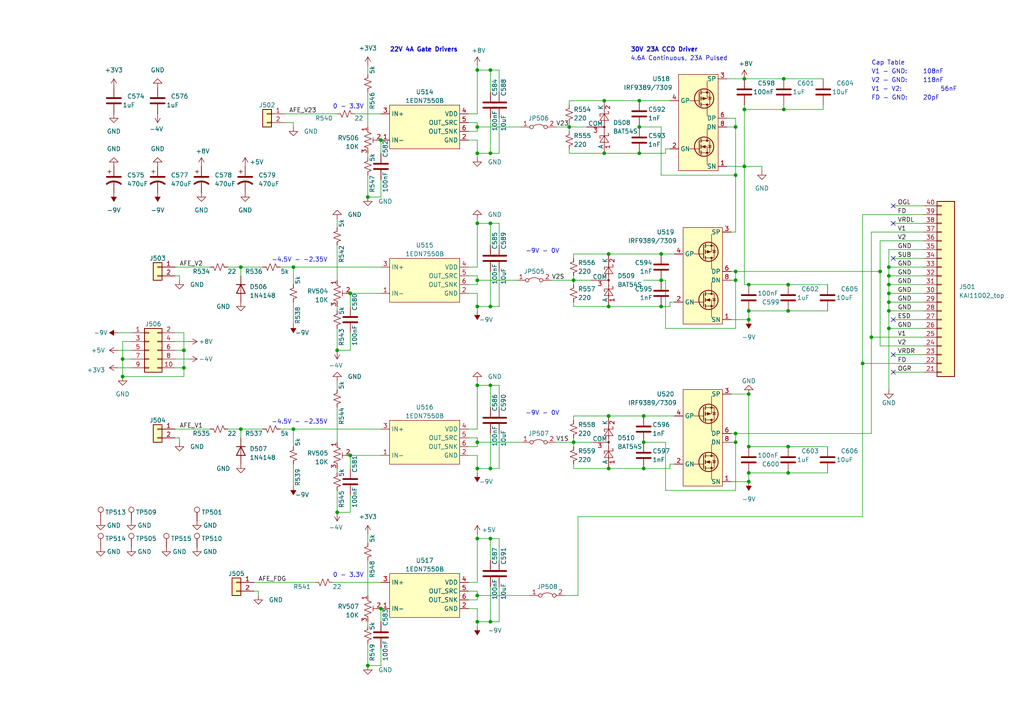
<source format=kicad_sch>
(kicad_sch (version 20230121) (generator eeschema)
  (paper "A4")
  (title_block (title "Sitina 1 CCD V Clock Driver Patch Board") (date "2023-08-22") (rev "R0.7") (company "Copyright 2023 AL") (comment 2 "MERCHANTABILITY, SATISFACTORY QUALITY AND FITNESS FOR A PARTICULAR PURPOSE.") (comment 3 "This source is distributed WITHOUT ANY EXPRESS OR IMPLIED WARRANTY, INCLUDING OF") (comment 4 "This source describes Open Hardware and is licensed under the CERN-OHL-P v2."))
  (junction (at 85.09 124.46))
  (junction (at 185.42 36.83))
  (junction (at 110.49 40.64))
  (junction (at 138.43 156.21))
  (junction (at 176.53 135.89))
  (junction (at 252.73 97.79))
  (junction (at 215.9 31.75))
  (junction (at 106.68 193.04))
  (junction (at 138.43 172.72))
  (junction (at 110.49 176.53))
  (junction (at 142.24 64.77))
  (junction (at 228.6 129.54))
  (junction (at 185.42 29.21))
  (junction (at 213.36 128.27))
  (junction (at 257.81 90.17))
  (junction (at 138.43 180.34))
  (junction (at 138.43 64.77))
  (junction (at 53.34 106.68))
  (junction (at 165.1 36.83))
  (junction (at 138.43 88.9))
  (junction (at 176.53 88.9))
  (junction (at 186.69 128.27))
  (junction (at 228.6 90.17))
  (junction (at 176.53 73.66))
  (junction (at 257.81 85.09))
  (junction (at 217.17 137.16))
  (junction (at 257.81 77.47))
  (junction (at 142.24 156.21))
  (junction (at 255.27 78.74))
  (junction (at 227.33 22.86))
  (junction (at 142.24 180.34))
  (junction (at 138.43 81.28))
  (junction (at 138.43 36.83))
  (junction (at 97.79 101.6))
  (junction (at 217.17 82.55))
  (junction (at 186.69 120.65))
  (junction (at 142.24 88.9))
  (junction (at 213.36 81.28))
  (junction (at 175.26 44.45))
  (junction (at 138.43 128.27))
  (junction (at 142.24 111.76))
  (junction (at 138.43 135.89))
  (junction (at 213.36 50.8))
  (junction (at 250.19 105.41))
  (junction (at 166.37 81.28))
  (junction (at 101.6 132.08))
  (junction (at 227.33 31.75))
  (junction (at 142.24 20.32))
  (junction (at 257.81 80.01))
  (junction (at 138.43 111.76))
  (junction (at 228.6 137.16))
  (junction (at 213.36 125.73))
  (junction (at 106.68 57.15))
  (junction (at 257.81 95.25))
  (junction (at 175.26 29.21))
  (junction (at 35.56 109.22))
  (junction (at 185.42 44.45))
  (junction (at 217.17 139.7))
  (junction (at 213.36 36.83))
  (junction (at 53.34 101.6))
  (junction (at 85.09 77.47))
  (junction (at 35.56 104.14))
  (junction (at 257.81 82.55))
  (junction (at 228.6 82.55))
  (junction (at 142.24 44.45))
  (junction (at 101.6 85.09))
  (junction (at 217.17 90.17))
  (junction (at 176.53 120.65))
  (junction (at 215.9 22.86))
  (junction (at 217.17 129.54))
  (junction (at 166.37 128.27))
  (junction (at 138.43 44.45))
  (junction (at 69.85 124.46))
  (junction (at 191.77 81.28))
  (junction (at 186.69 135.89))
  (junction (at 215.9 48.26))
  (junction (at 191.77 73.66))
  (junction (at 213.36 78.74))
  (junction (at 97.79 148.59))
  (junction (at 138.43 20.32))
  (junction (at 257.81 87.63))
  (junction (at 69.85 77.47))
  (junction (at 217.17 114.3))
  (junction (at 142.24 135.89))
  (junction (at 217.17 92.71))
  (junction (at 191.77 88.9))
  (no_connect (at 259.08 107.95))
  (no_connect (at 259.08 59.69))
  (no_connect (at 259.08 92.71))
  (no_connect (at 259.08 64.77))
  (no_connect (at 259.08 74.93))
  (no_connect (at 259.08 102.87))
  (wire (pts (xy 138.43 64.77) (xy 142.24 64.77)))
  (wire (pts (xy 142.24 78.74) (xy 142.24 88.9)))
  (wire (pts (xy 213.36 81.28) (xy 213.36 95.25)))
  (wire (pts (xy 166.37 88.9) (xy 176.53 88.9)))
  (wire (pts (xy 252.73 97.79) (xy 252.73 67.31)))
  (wire (pts (xy 259.08 59.69) (xy 267.97 59.69)))
  (wire (pts (xy 138.43 20.32) (xy 138.43 33.02)))
  (wire (pts (xy 144.78 64.77) (xy 144.78 71.12)))
  (wire (pts (xy 135.89 168.91) (xy 138.43 168.91)))
  (wire (pts (xy 194.31 87.63) (xy 195.58 87.63)))
  (wire (pts (xy 217.17 129.54) (xy 228.6 129.54)))
  (wire (pts (xy 106.68 181.61) (xy 106.68 180.34)))
  (wire (pts (xy 215.9 22.86) (xy 227.33 22.86)))
  (wire (pts (xy 138.43 154.94) (xy 138.43 156.21)))
  (wire (pts (xy 144.78 170.18) (xy 144.78 180.34)))
  (wire (pts (xy 97.79 71.12) (xy 97.79 81.28)))
  (wire (pts (xy 101.6 96.52) (xy 101.6 101.6)))
  (wire (pts (xy 227.33 31.75) (xy 215.9 31.75)))
  (wire (pts (xy 142.24 64.77) (xy 144.78 64.77)))
  (wire (pts (xy 106.68 162.56) (xy 106.68 172.72)))
  (wire (pts (xy 138.43 38.1) (xy 135.89 38.1)))
  (wire (pts (xy 69.85 124.46) (xy 76.2 124.46)))
  (wire (pts (xy 240.03 90.17) (xy 228.6 90.17)))
  (wire (pts (xy 138.43 127) (xy 138.43 128.27)))
  (wire (pts (xy 217.17 90.17) (xy 228.6 90.17)))
  (wire (pts (xy 85.09 35.56) (xy 85.09 36.83)))
  (wire (pts (xy 257.81 90.17) (xy 267.97 90.17)))
  (wire (pts (xy 97.79 63.5) (xy 97.79 66.04)))
  (wire (pts (xy 250.19 62.23) (xy 250.19 105.41)))
  (wire (pts (xy 138.43 19.05) (xy 138.43 20.32)))
  (wire (pts (xy 138.43 156.21) (xy 142.24 156.21)))
  (wire (pts (xy 257.81 72.39) (xy 267.97 72.39)))
  (wire (pts (xy 144.78 180.34) (xy 142.24 180.34)))
  (wire (pts (xy 142.24 156.21) (xy 142.24 162.56)))
  (wire (pts (xy 144.78 135.89) (xy 142.24 135.89)))
  (wire (pts (xy 135.89 171.45) (xy 138.43 171.45)))
  (wire (pts (xy 167.64 172.72) (xy 167.64 149.86)))
  (wire (pts (xy 250.19 149.86) (xy 250.19 105.41)))
  (wire (pts (xy 138.43 180.34) (xy 138.43 181.61)))
  (wire (pts (xy 135.89 85.09) (xy 138.43 85.09)))
  (wire (pts (xy 142.24 170.18) (xy 142.24 180.34)))
  (wire (pts (xy 35.56 104.14) (xy 35.56 109.22)))
  (wire (pts (xy 144.78 125.73) (xy 144.78 135.89)))
  (wire (pts (xy 257.81 82.55) (xy 257.81 85.09)))
  (wire (pts (xy 50.8 80.01) (xy 52.07 80.01)))
  (wire (pts (xy 255.27 69.85) (xy 267.97 69.85)))
  (wire (pts (xy 52.07 127) (xy 52.07 128.27)))
  (wire (pts (xy 138.43 173.99) (xy 135.89 173.99)))
  (wire (pts (xy 101.6 85.09) (xy 110.49 85.09)))
  (wire (pts (xy 259.08 92.71) (xy 267.97 92.71)))
  (wire (pts (xy 215.9 82.55) (xy 217.17 82.55)))
  (wire (pts (xy 250.19 105.41) (xy 267.97 105.41)))
  (wire (pts (xy 213.36 128.27) (xy 213.36 142.24)))
  (wire (pts (xy 227.33 30.48) (xy 227.33 31.75)))
  (wire (pts (xy 82.55 35.56) (xy 85.09 35.56)))
  (wire (pts (xy 50.8 127) (xy 52.07 127)))
  (wire (pts (xy 166.37 120.65) (xy 166.37 121.92)))
  (wire (pts (xy 213.36 50.8) (xy 191.77 50.8)))
  (wire (pts (xy 135.89 40.64) (xy 138.43 40.64)))
  (wire (pts (xy 138.43 36.83) (xy 151.13 36.83)))
  (wire (pts (xy 81.28 124.46) (xy 85.09 124.46)))
  (wire (pts (xy 213.36 34.29) (xy 213.36 36.83)))
  (wire (pts (xy 255.27 78.74) (xy 255.27 100.33)))
  (wire (pts (xy 106.68 186.69) (xy 106.68 193.04)))
  (wire (pts (xy 176.53 120.65) (xy 186.69 120.65)))
  (wire (pts (xy 257.81 80.01) (xy 267.97 80.01)))
  (wire (pts (xy 259.08 64.77) (xy 267.97 64.77)))
  (wire (pts (xy 82.55 33.02) (xy 97.79 33.02)))
  (wire (pts (xy 69.85 77.47) (xy 76.2 77.47)))
  (wire (pts (xy 259.08 74.93) (xy 267.97 74.93)))
  (wire (pts (xy 66.04 77.47) (xy 69.85 77.47)))
  (wire (pts (xy 166.37 73.66) (xy 176.53 73.66)))
  (wire (pts (xy 35.56 99.06) (xy 38.1 99.06)))
  (wire (pts (xy 138.43 156.21) (xy 138.43 168.91)))
  (wire (pts (xy 106.68 19.05) (xy 106.68 21.59)))
  (wire (pts (xy 193.04 43.18) (xy 194.31 43.18)))
  (wire (pts (xy 138.43 132.08) (xy 138.43 135.89)))
  (wire (pts (xy 69.85 80.01) (xy 69.85 77.47)))
  (wire (pts (xy 101.6 101.6) (xy 97.79 101.6)))
  (wire (pts (xy 186.69 120.65) (xy 195.58 120.65)))
  (wire (pts (xy 257.81 85.09) (xy 257.81 87.63)))
  (wire (pts (xy 257.81 80.01) (xy 257.81 82.55)))
  (wire (pts (xy 166.37 135.89) (xy 176.53 135.89)))
  (wire (pts (xy 160.02 81.28) (xy 166.37 81.28)))
  (wire (pts (xy 135.89 77.47) (xy 138.43 77.47)))
  (wire (pts (xy 110.49 187.96) (xy 110.49 193.04)))
  (wire (pts (xy 138.43 85.09) (xy 138.43 88.9)))
  (wire (pts (xy 110.49 193.04) (xy 106.68 193.04)))
  (wire (pts (xy 138.43 64.77) (xy 138.43 77.47)))
  (wire (pts (xy 194.31 88.9) (xy 191.77 88.9)))
  (wire (pts (xy 228.6 82.55) (xy 240.03 82.55)))
  (wire (pts (xy 110.49 176.53) (xy 110.49 180.34)))
  (wire (pts (xy 138.43 40.64) (xy 138.43 44.45)))
  (wire (pts (xy 161.29 36.83) (xy 165.1 36.83)))
  (wire (pts (xy 220.98 49.53) (xy 220.98 48.26)))
  (wire (pts (xy 138.43 171.45) (xy 138.43 172.72)))
  (wire (pts (xy 110.49 52.07) (xy 110.49 57.15)))
  (wire (pts (xy 191.77 73.66) (xy 195.58 73.66)))
  (wire (pts (xy 212.09 139.7) (xy 217.17 139.7)))
  (wire (pts (xy 142.24 111.76) (xy 142.24 118.11)))
  (wire (pts (xy 191.77 50.8) (xy 191.77 36.83)))
  (wire (pts (xy 144.78 44.45) (xy 142.24 44.45)))
  (wire (pts (xy 144.78 88.9) (xy 142.24 88.9)))
  (wire (pts (xy 166.37 81.28) (xy 166.37 82.55)))
  (wire (pts (xy 257.81 82.55) (xy 267.97 82.55)))
  (wire (pts (xy 142.24 34.29) (xy 142.24 44.45)))
  (wire (pts (xy 144.78 34.29) (xy 144.78 44.45)))
  (wire (pts (xy 185.42 29.21) (xy 194.31 29.21)))
  (wire (pts (xy 73.66 168.91) (xy 91.44 168.91)))
  (wire (pts (xy 193.04 81.28) (xy 191.77 81.28)))
  (wire (pts (xy 194.31 135.89) (xy 186.69 135.89)))
  (wire (pts (xy 142.24 88.9) (xy 138.43 88.9)))
  (wire (pts (xy 165.1 36.83) (xy 165.1 38.1)))
  (wire (pts (xy 252.73 125.73) (xy 252.73 97.79)))
  (wire (pts (xy 66.04 124.46) (xy 69.85 124.46)))
  (wire (pts (xy 85.09 134.62) (xy 85.09 140.97)))
  (wire (pts (xy 257.81 77.47) (xy 267.97 77.47)))
  (wire (pts (xy 96.52 168.91) (xy 110.49 168.91)))
  (wire (pts (xy 166.37 128.27) (xy 171.45 128.27)))
  (wire (pts (xy 240.03 137.16) (xy 228.6 137.16)))
  (wire (pts (xy 138.43 111.76) (xy 142.24 111.76)))
  (wire (pts (xy 193.04 95.25) (xy 193.04 81.28)))
  (wire (pts (xy 85.09 87.63) (xy 85.09 93.98)))
  (wire (pts (xy 35.56 104.14) (xy 35.56 99.06)))
  (wire (pts (xy 138.43 44.45) (xy 138.43 45.72)))
  (wire (pts (xy 193.04 44.45) (xy 185.42 44.45)))
  (wire (pts (xy 161.29 128.27) (xy 166.37 128.27)))
  (wire (pts (xy 210.82 48.26) (xy 215.9 48.26)))
  (wire (pts (xy 50.8 101.6) (xy 53.34 101.6)))
  (wire (pts (xy 138.43 36.83) (xy 138.43 38.1)))
  (wire (pts (xy 52.07 80.01) (xy 52.07 81.28)))
  (wire (pts (xy 212.09 78.74) (xy 213.36 78.74)))
  (wire (pts (xy 252.73 67.31) (xy 267.97 67.31)))
  (wire (pts (xy 53.34 96.52) (xy 53.34 101.6)))
  (wire (pts (xy 238.76 30.48) (xy 238.76 31.75)))
  (wire (pts (xy 212.09 125.73) (xy 213.36 125.73)))
  (wire (pts (xy 97.79 142.24) (xy 97.79 148.59)))
  (wire (pts (xy 193.04 43.18) (xy 193.04 44.45)))
  (wire (pts (xy 81.28 77.47) (xy 85.09 77.47)))
  (wire (pts (xy 138.43 172.72) (xy 153.67 172.72)))
  (wire (pts (xy 257.81 72.39) (xy 257.81 77.47)))
  (wire (pts (xy 135.89 80.01) (xy 138.43 80.01)))
  (wire (pts (xy 142.24 125.73) (xy 142.24 135.89)))
  (wire (pts (xy 167.64 172.72) (xy 163.83 172.72)))
  (wire (pts (xy 135.89 127) (xy 138.43 127)))
  (wire (pts (xy 138.43 135.89) (xy 138.43 137.16)))
  (wire (pts (xy 176.53 73.66) (xy 191.77 73.66)))
  (wire (pts (xy 34.29 106.68) (xy 38.1 106.68)))
  (wire (pts (xy 138.43 81.28) (xy 138.43 82.55)))
  (wire (pts (xy 142.24 135.89) (xy 138.43 135.89)))
  (wire (pts (xy 210.82 34.29) (xy 213.36 34.29)))
  (wire (pts (xy 217.17 82.55) (xy 228.6 82.55)))
  (wire (pts (xy 144.78 78.74) (xy 144.78 88.9)))
  (wire (pts (xy 175.26 29.21) (xy 185.42 29.21)))
  (wire (pts (xy 144.78 20.32) (xy 144.78 26.67)))
  (wire (pts (xy 138.43 80.01) (xy 138.43 81.28)))
  (wire (pts (xy 213.36 50.8) (xy 213.36 67.31)))
  (wire (pts (xy 50.8 96.52) (xy 53.34 96.52)))
  (wire (pts (xy 210.82 22.86) (xy 215.9 22.86)))
  (wire (pts (xy 138.43 63.5) (xy 138.43 64.77)))
  (wire (pts (xy 50.8 124.46) (xy 60.96 124.46)))
  (wire (pts (xy 175.26 44.45) (xy 185.42 44.45)))
  (wire (pts (xy 138.43 172.72) (xy 138.43 173.99)))
  (wire (pts (xy 97.79 95.25) (xy 97.79 101.6)))
  (wire (pts (xy 193.04 128.27) (xy 186.69 128.27)))
  (wire (pts (xy 138.43 176.53) (xy 138.43 180.34)))
  (wire (pts (xy 53.34 101.6) (xy 53.34 106.68)))
  (wire (pts (xy 142.24 64.77) (xy 142.24 71.12)))
  (wire (pts (xy 138.43 20.32) (xy 142.24 20.32)))
  (wire (pts (xy 257.81 95.25) (xy 257.81 113.03)))
  (wire (pts (xy 166.37 134.62) (xy 166.37 135.89)))
  (wire (pts (xy 85.09 124.46) (xy 85.09 129.54)))
  (wire (pts (xy 166.37 81.28) (xy 171.45 81.28)))
  (wire (pts (xy 165.1 44.45) (xy 175.26 44.45)))
  (wire (pts (xy 213.36 78.74) (xy 255.27 78.74)))
  (wire (pts (xy 106.68 26.67) (xy 106.68 36.83)))
  (wire (pts (xy 135.89 132.08) (xy 138.43 132.08)))
  (wire (pts (xy 257.81 87.63) (xy 267.97 87.63)))
  (wire (pts (xy 138.43 110.49) (xy 138.43 111.76)))
  (wire (pts (xy 228.6 129.54) (xy 240.03 129.54)))
  (wire (pts (xy 142.24 20.32) (xy 144.78 20.32)))
  (wire (pts (xy 217.17 137.16) (xy 217.17 139.7)))
  (wire (pts (xy 142.24 111.76) (xy 144.78 111.76)))
  (wire (pts (xy 212.09 114.3) (xy 217.17 114.3)))
  (wire (pts (xy 101.6 143.51) (xy 101.6 148.59)))
  (wire (pts (xy 106.68 50.8) (xy 106.68 57.15)))
  (wire (pts (xy 142.24 156.21) (xy 144.78 156.21)))
  (wire (pts (xy 213.36 78.74) (xy 213.36 81.28)))
  (wire (pts (xy 217.17 90.17) (xy 217.17 92.71)))
  (wire (pts (xy 110.49 40.64) (xy 110.49 44.45)))
  (wire (pts (xy 53.34 109.22) (xy 35.56 109.22)))
  (wire (pts (xy 227.33 22.86) (xy 238.76 22.86)))
  (wire (pts (xy 144.78 111.76) (xy 144.78 118.11)))
  (wire (pts (xy 97.79 118.11) (xy 97.79 128.27)))
  (wire (pts (xy 210.82 36.83) (xy 213.36 36.83)))
  (wire (pts (xy 257.81 80.01) (xy 257.81 77.47)))
  (wire (pts (xy 142.24 20.32) (xy 142.24 26.67)))
  (wire (pts (xy 138.43 35.56) (xy 138.43 36.83)))
  (wire (pts (xy 85.09 77.47) (xy 85.09 82.55)))
  (wire (pts (xy 166.37 87.63) (xy 166.37 88.9)))
  (wire (pts (xy 101.6 148.59) (xy 97.79 148.59)))
  (wire (pts (xy 165.1 43.18) (xy 165.1 44.45)))
  (wire (pts (xy 34.29 96.52) (xy 38.1 96.52)))
  (wire (pts (xy 135.89 176.53) (xy 138.43 176.53)))
  (wire (pts (xy 101.6 132.08) (xy 101.6 135.89)))
  (wire (pts (xy 142.24 180.34) (xy 138.43 180.34)))
  (wire (pts (xy 142.24 44.45) (xy 138.43 44.45)))
  (wire (pts (xy 194.31 134.62) (xy 195.58 134.62)))
  (wire (pts (xy 167.64 149.86) (xy 250.19 149.86)))
  (wire (pts (xy 217.17 114.3) (xy 217.17 129.54)))
  (wire (pts (xy 212.09 67.31) (xy 213.36 67.31)))
  (wire (pts (xy 138.43 128.27) (xy 151.13 128.27)))
  (wire (pts (xy 101.6 132.08) (xy 110.49 132.08)))
  (wire (pts (xy 217.17 137.16) (xy 228.6 137.16)))
  (wire (pts (xy 166.37 80.01) (xy 166.37 81.28)))
  (wire (pts (xy 53.34 106.68) (xy 53.34 109.22)))
  (wire (pts (xy 213.36 81.28) (xy 212.09 81.28)))
  (wire (pts (xy 85.09 124.46) (xy 110.49 124.46)))
  (wire (pts (xy 176.53 88.9) (xy 191.77 88.9)))
  (wire (pts (xy 50.8 99.06) (xy 54.61 99.06)))
  (wire (pts (xy 144.78 156.21) (xy 144.78 162.56)))
  (wire (pts (xy 166.37 73.66) (xy 166.37 74.93)))
  (wire (pts (xy 194.31 134.62) (xy 194.31 135.89)))
  (wire (pts (xy 165.1 36.83) (xy 170.18 36.83)))
  (wire (pts (xy 74.93 171.45) (xy 74.93 172.72)))
  (wire (pts (xy 138.43 81.28) (xy 149.86 81.28)))
  (wire (pts (xy 110.49 57.15) (xy 106.68 57.15)))
  (wire (pts (xy 255.27 100.33) (xy 267.97 100.33)))
  (wire (pts (xy 69.85 127) (xy 69.85 124.46)))
  (wire (pts (xy 213.36 142.24) (xy 193.04 142.24)))
  (wire (pts (xy 213.36 36.83) (xy 213.36 50.8)))
  (wire (pts (xy 215.9 31.75) (xy 215.9 48.26)))
  (wire (pts (xy 73.66 171.45) (xy 74.93 171.45)))
  (wire (pts (xy 252.73 97.79) (xy 267.97 97.79)))
  (wire (pts (xy 97.79 90.17) (xy 97.79 88.9)))
  (wire (pts (xy 135.89 33.02) (xy 138.43 33.02)))
  (wire (pts (xy 138.43 128.27) (xy 138.43 129.54)))
  (wire (pts (xy 50.8 104.14) (xy 54.61 104.14)))
  (wire (pts (xy 220.98 48.26) (xy 215.9 48.26)))
  (wire (pts (xy 194.31 87.63) (xy 194.31 88.9)))
  (wire (pts (xy 257.81 95.25) (xy 267.97 95.25)))
  (wire (pts (xy 165.1 29.21) (xy 175.26 29.21)))
  (wire (pts (xy 34.29 101.6) (xy 38.1 101.6)))
  (wire (pts (xy 191.77 81.28) (xy 186.69 81.28)))
  (wire (pts (xy 50.8 106.68) (xy 53.34 106.68)))
  (wire (pts (xy 165.1 35.56) (xy 165.1 36.83)))
  (wire (pts (xy 106.68 45.72) (xy 106.68 44.45)))
  (wire (pts (xy 193.04 142.24) (xy 193.04 128.27)))
  (wire (pts (xy 255.27 69.85) (xy 255.27 78.74)))
  (wire (pts (xy 191.77 36.83) (xy 185.42 36.83)))
  (wire (pts (xy 259.08 102.87) (xy 267.97 102.87)))
  (wire (pts (xy 257.81 87.63) (xy 257.81 90.17)))
  (wire (pts (xy 106.68 154.94) (xy 106.68 157.48)))
  (wire (pts (xy 138.43 88.9) (xy 138.43 90.17)))
  (wire (pts (xy 102.87 33.02) (xy 110.49 33.02)))
  (wire (pts (xy 97.79 137.16) (xy 97.79 135.89)))
  (wire (pts (xy 165.1 29.21) (xy 165.1 30.48)))
  (wire (pts (xy 213.36 125.73) (xy 252.73 125.73)))
  (wire (pts (xy 138.43 129.54) (xy 135.89 129.54)))
  (wire (pts (xy 135.89 124.46) (xy 138.43 124.46)))
  (wire (pts (xy 213.36 125.73) (xy 213.36 128.27)))
  (wire (pts (xy 85.09 77.47) (xy 110.49 77.47)))
  (wire (pts (xy 166.37 120.65) (xy 176.53 120.65)))
  (wire (pts (xy 259.08 107.95) (xy 267.97 107.95)))
  (wire (pts (xy 97.79 110.49) (xy 97.79 113.03)))
  (wire (pts (xy 257.81 90.17) (xy 257.81 95.25)))
  (wire (pts (xy 213.36 95.25) (xy 193.04 95.25)))
  (wire (pts (xy 215.9 31.75) (xy 215.9 30.48)))
  (wire (pts (xy 257.81 85.09) (xy 267.97 85.09)))
  (wire (pts (xy 166.37 127) (xy 166.37 128.27)))
  (wire (pts (xy 138.43 82.55) (xy 135.89 82.55)))
  (wire (pts (xy 35.56 104.14) (xy 38.1 104.14)))
  (wire (pts (xy 138.43 111.76) (xy 138.43 124.46)))
  (wire (pts (xy 238.76 31.75) (xy 227.33 31.75)))
  (wire (pts (xy 212.09 92.71) (xy 217.17 92.71)))
  (wire (pts (xy 176.53 135.89) (xy 186.69 135.89)))
  (wire (pts (xy 50.8 77.47) (xy 60.96 77.47)))
  (wire (pts (xy 135.89 35.56) (xy 138.43 35.56)))
  (wire (pts (xy 101.6 85.09) (xy 101.6 88.9)))
  (wire (pts (xy 166.37 128.27) (xy 166.37 129.54)))
  (wire (pts (xy 215.9 48.26) (xy 215.9 82.55)))
  (wire (pts (xy 213.36 128.27) (xy 212.09 128.27)))
  (wire (pts (xy 250.19 62.23) (xy 267.97 62.23)))
  (text "0 - 3.3V" (at 96.52 31.75 0) (effects (font (size 1.27 1.27)) (justify left bottom)))
  (text "-9V - 0V" (at 152.4 120.65 0) (effects (font (size 1.27 1.27)) (justify left bottom)))
  (text "-9V - 0V" (at 152.4 73.66 0) (effects (font (size 1.27 1.27)) (justify left bottom)))
  (text "V2 - GND:	118nF" (at 252.73 24.13 0) (effects (font (size 1.27 1.27)) (justify left bottom)))
  (text "30V 23A CCD Driver" (at 182.88 15.24 0) (effects (font (size 1.27 1.27) (thickness 0.254) bold) (justify left bottom)))
  (text "V1 - GND:	108nF" (at 252.73 21.59 0) (effects (font (size 1.27 1.27)) (justify left bottom)))
  (text "Cap Table" (at 252.73 19.05 0) (effects (font (size 1.27 1.27)) (justify left bottom)))
  (text "4.6A Continuous, 23A Pulsed" (at 182.88 17.78 0) (effects (font (size 1.27 1.27)) (justify left bottom)))
  (text "22V 4A Gate Drivers" (at 113.03 15.24 0) (effects (font (size 1.27 1.27) (thickness 0.254) bold) (justify left bottom)))
  (text "0 - 3.3V" (at 96.52 167.64 0) (effects (font (size 1.27 1.27)) (justify left bottom)))
  (text "V1 - V2:		56nF" (at 252.73 26.67 0) (effects (font (size 1.27 1.27)) (justify left bottom)))
  (text "-4.5V - -2.35V" (at 78.74 123.19 0) (effects (font (size 1.27 1.27)) (justify left bottom)))
  (text "-4.5V - -2.35V" (at 78.74 76.2 0) (effects (font (size 1.27 1.27)) (justify left bottom)))
  (text "FD - GND:	20pF" (at 252.73 29.21 0) (effects (font (size 1.27 1.27)) (justify left bottom)))
  (label "AFE_V2" (at 52.07 77.47 0))
  (label "V2S" (at 160.02 81.28 0))
  (label "FD" (at 260.35 105.41 0))
  (label "GND" (at 260.35 95.25 0))
  (label "V2" (at 260.35 100.33 0))
  (label "FD" (at 260.35 62.23 0))
  (label "SUB" (at 260.35 74.93 0))
  (label "GND" (at 260.35 87.63 0))
  (label "GND" (at 260.35 72.39 0))
  (label "GND" (at 260.35 80.01 0))
  (label "V1" (at 260.35 97.79 0))
  (label "GND" (at 260.35 77.47 0))
  (label "VRDL" (at 260.35 64.77 0))
  (label "OGR" (at 260.35 107.95 0))
  (label "AFE_V1" (at 52.07 124.46 0))
  (label "V2" (at 260.35 69.85 0))
  (label "VRDR" (at 260.35 102.87 0))
  (label "ESD" (at 260.35 92.71 0))
  (label "AFE_FDG" (at 74.93 168.91 0))
  (label "GND" (at 260.35 85.09 0))
  (label "GND" (at 260.35 90.17 0))
  (label "AFE_V23" (at 83.82 33.02 0))
  (label "V1" (at 260.35 67.31 0))
  (label "V23" (at 161.29 36.83 0))
  (label "GND" (at 260.35 82.55 0))
  (label "OGL" (at 260.35 59.69 0))
  (label "V1S" (at 161.29 128.27 0))
  (symbol (lib_id "Device:C") (at 101.6 139.7 180) (unit 1)
    (property "Reference" "C581" (at 102.87 137.16 90) (effects (justify right)))
    (property "Value" "100nF" (at 102.87 147.32 90) (effects (justify right)))
    (property "Footprint" "Capacitor_SMD:C_0402_1005Metric" (effects hide))
  )
  (symbol (lib_id "symbols:KAI11002_top") (at 275.59 82.55 0) (mirror y) (unit 1)
    (property "Reference" "J501" (at 278.13 83.185 0) (effects (justify right)))
    (property "Value" "KAI11002_top" (at 278.13 85.725 0) (effects (justify right)))
    (property "Footprint" "footprints:KAI-1100X_top" (effects hide))
  )
  (symbol (lib_id "Device:R_Potentiometer_Trim_US") (at 97.79 132.08 0) (unit 1)
    (property "Reference" "RV505" (at 95.25 131.445 0) (effects (justify right)))
    (property "Value" "10K" (at 95.25 133.985 0) (effects (justify right)))
    (property "Footprint" "Potentiometer_SMD:Potentiometer_Bourns_3214G_Horizontal" (effects hide))
  )
  (symbol (lib_id "power:GND") (at 57.15 158.75 0) (mirror y) (unit 1)
    (property "Reference" "#PWR0513" (effects hide))
    (property "Value" "GND" (at 60.96 160.02 0))
  )
  (symbol (lib_id "Device:C") (at 45.72 29.21 180) (unit 1)
    (property "Reference" "C576" (at 49.53 27.94 0) (effects (justify right)))
    (property "Value" "1uF" (at 48.26 30.48 0) (effects (justify right)))
    (property "Footprint" "Capacitor_SMD:C_0402_1005Metric" (effects hide))
  )
  (symbol (lib_id "Connector_Generic:Conn_01x02") (at 68.58 168.91 0) (mirror y) (unit 1)
    (property "Reference" "J505" (at 68.58 166.37 0))
    (property "Value" "Conn_01x02" (effects hide))
    (property "Footprint" "Connector_PinSocket_2.54mm:PinSocket_1x02_P2.54mm_Vertical" (effects hide))
  )
  (symbol (lib_id "Device:C") (at 191.77 77.47 0) (mirror x) (unit 1)
    (property "Reference" "C594" (at 189.23 76.2 0) (effects (justify right)))
    (property "Value" "1nF" (at 189.23 78.74 0) (effects (justify right)))
    (property "Footprint" "Capacitor_SMD:C_0402_1005Metric" (effects hide))
  )
  (symbol (lib_id "Device:C") (at 110.49 48.26 180) (unit 1)
    (property "Reference" "C582" (at 111.76 45.72 90) (effects (justify right)))
    (property "Value" "100nF" (at 111.76 55.88 90) (effects (justify right)))
    (property "Footprint" "Capacitor_SMD:C_0402_1005Metric" (effects hide))
  )
  (symbol (lib_id "symbols:IRF9389BF") (at 198.12 111.76 0) (unit 1)
    (property "Reference" "U520" (at 193.04 114.3 0))
    (property "Value" "IRF9389/7309" (at 189.23 116.84 0))
    (property "Footprint" "Package_SO:SOIC-8_3.9x4.9mm_P1.27mm" (effects hide))
    (property "Datasheet" "https://www.infineon.com/dgdl/Infineon-IRF9389-DataSheet-v01_01-EN.pdf" (effects hide))
  )
  (symbol (lib_id "power:+8V") (at 58.42 48.26 0) (unit 1)
    (property "Reference" "#PWR0586" (effects hide))
    (property "Value" "+8V" (at 58.801 43.8658 0))
  )
  (symbol (lib_id "symbols:1EDNx550B") (at 113.03 72.39 0) (unit 1)
    (property "Reference" "U515" (at 123.19 71.12 0))
    (property "Value" "1EDN7550B" (at 123.19 73.66 0))
    (property "Footprint" "Package_TO_SOT_SMD:SOT-23-6_Handsoldering" (effects hide))
    (property "Datasheet" "https://www.infineon.com/dgdl/Infineon-1EDN6550B-DataSheet-v02_03-EN.pdf" (effects hide))
  )
  (symbol (lib_id "Jumper:Jumper_2_Bridged") (at 156.21 36.83 0) (unit 1)
    (property "Reference" "JP506" (at 156.21 34.29 0))
    (property "Value" "Jumper_2_Bridged" (effects hide))
    (property "Footprint" "Jumper:SolderJumper-2_P1.3mm_Bridged_RoundedPad1.0x1.5mm" (effects hide))
  )
  (symbol (lib_id "Device:R_Small_US") (at 100.33 33.02 90) (mirror x) (unit 1)
    (property "Reference" "R540" (at 96.52 34.29 90) (effects (justify left)))
    (property "Value" "22" (at 105.41 34.29 90) (effects (justify left)))
    (property "Footprint" "Resistor_SMD:R_0402_1005Metric" (effects hide))
  )
  (symbol (lib_id "Device:D") (at 69.85 83.82 270) (unit 1)
    (property "Reference" "D506" (at 72.39 83.185 90) (effects (justify left)))
    (property "Value" "1N4148" (at 72.39 85.725 90) (effects (justify left)))
    (property "Footprint" "Diode_SMD:D_SOD-523" (effects hide))
    (property "Sim.Device" "D" (effects hide))
    (property "Sim.Pins" "1=K 2=A" (effects hide))
  )
  (symbol (lib_id "power:-9V") (at 85.09 93.98 180) (unit 1)
    (property "Reference" "#PWR0592" (effects hide))
    (property "Value" "-9V" (at 87.63 96.52 0))
  )
  (symbol (lib_id "power:GND") (at 69.85 87.63 0) (mirror y) (unit 1)
    (property "Reference" "#PWR0588" (effects hide))
    (property "Value" "GND" (at 64.77 88.9 0))
  )
  (symbol (lib_id "Jumper:Jumper_2_Bridged") (at 154.94 81.28 0) (unit 1)
    (property "Reference" "JP505" (at 154.94 78.74 0))
    (property "Value" "Jumper_2_Bridged" (effects hide))
    (property "Footprint" "Jumper:SolderJumper-2_P1.3mm_Bridged_RoundedPad1.0x1.5mm" (effects hide))
  )
  (symbol (lib_id "Device:C") (at 228.6 86.36 180) (unit 1)
    (property "Reference" "C602" (at 232.41 83.82 0) (effects (justify right)))
    (property "Value" "1uF" (at 231.14 86.36 0) (effects (justify right)))
    (property "Footprint" "Capacitor_SMD:C_0402_1005Metric" (effects hide))
  )
  (symbol (lib_id "power:GND") (at 85.09 36.83 0) (mirror y) (unit 1)
    (property "Reference" "#PWR0617" (effects hide))
    (property "Value" "GND" (at 90.17 38.1 0))
  )
  (symbol (lib_id "Device:R_Potentiometer_Trim_US") (at 106.68 40.64 0) (unit 1)
    (property "Reference" "RV506" (at 104.14 40.005 0) (effects (justify right)))
    (property "Value" "10K" (at 104.14 42.545 0) (effects (justify right)))
    (property "Footprint" "Potentiometer_SMD:Potentiometer_Bourns_3214G_Horizontal" (effects hide))
  )
  (symbol (lib_id "Connector:TestPoint") (at 38.1 151.13 0) (unit 1)
    (property "Reference" "TP509" (at 39.37 148.59 0) (effects (justify left)))
    (property "Value" "TestPoint" (effects hide))
    (property "Footprint" "TestPoint:TestPoint_Loop_D1.80mm_Drill1.0mm_Beaded" (effects hide))
  )
  (symbol (lib_id "Device:C") (at 110.49 184.15 180) (unit 1)
    (property "Reference" "C583" (at 111.76 181.61 90) (effects (justify right)))
    (property "Value" "100nF" (at 111.76 191.77 90) (effects (justify right)))
    (property "Footprint" "Capacitor_SMD:C_0402_1005Metric" (effects hide))
  )
  (symbol (lib_id "Device:C") (at 228.6 133.35 180) (unit 1)
    (property "Reference" "C603" (at 232.41 130.81 0) (effects (justify right)))
    (property "Value" "1uF" (at 231.14 133.35 0) (effects (justify right)))
    (property "Footprint" "Capacitor_SMD:C_0402_1005Metric" (effects hide))
  )
  (symbol (lib_id "power:-9V") (at 138.43 181.61 180) (unit 1)
    (property "Reference" "#PWR0609" (effects hide))
    (property "Value" "-9V" (at 143.51 182.88 0))
  )
  (symbol (lib_id "Device:C") (at 186.69 124.46 180) (unit 1)
    (property "Reference" "C596" (at 189.23 123.19 0) (effects (justify right)))
    (property "Value" "1nF" (at 189.23 125.73 0) (effects (justify right)))
    (property "Footprint" "Capacitor_SMD:C_0402_1005Metric" (effects hide))
  )
  (symbol (lib_id "power:-9V") (at 34.29 96.52 90) (unit 1)
    (property "Reference" "#PWR0501" (effects hide))
    (property "Value" "-9V" (at 29.21 96.52 90))
  )
  (symbol (lib_id "power:-9V") (at 217.17 139.7 180) (unit 1)
    (property "Reference" "#PWR0613" (effects hide))
    (property "Value" "-9V" (at 217.17 144.78 0))
  )
  (symbol (lib_id "Jumper:Jumper_2_Bridged") (at 158.75 172.72 0) (unit 1)
    (property "Reference" "JP508" (at 158.75 170.18 0))
    (property "Value" "Jumper_2_Bridged" (effects hide))
    (property "Footprint" "Jumper:SolderJumper-2_P1.3mm_Bridged_RoundedPad1.0x1.5mm" (effects hide))
  )
  (symbol (lib_id "Device:C") (at 240.03 133.35 180) (unit 1)
    (property "Reference" "C606" (at 243.84 130.81 0) (effects (justify right)))
    (property "Value" "10uF" (at 242.57 133.35 0) (effects (justify right)))
    (property "Footprint" "Capacitor_SMD:C_0603_1608Metric" (effects hide))
  )
  (symbol (lib_id "Device:R_Small_US") (at 85.09 132.08 0) (mirror x) (unit 1)
    (property "Reference" "R539" (at 86.36 135.89 90) (effects (justify left)))
    (property "Value" "5k" (at 86.36 127 90) (effects (justify left)))
    (property "Footprint" "Resistor_SMD:R_0402_1005Metric" (effects hide))
  )
  (symbol (lib_id "Diode:BAT54S") (at 175.26 36.83 270) (mirror x) (unit 1)
    (property "Reference" "D508" (at 177.8 35.56 90) (effects (justify left)))
    (property "Value" "BAT54S" (at 177.8 38.1 90) (effects (justify left)))
    (property "Footprint" "Package_TO_SOT_SMD:SOT-23" (effects hide))
    (property "Datasheet" "https://www.diodes.com/assets/Datasheets/ds11005.pdf" (effects hide))
  )
  (symbol (lib_id "power:+8V") (at 215.9 22.86 0) (unit 1)
    (property "Reference" "#PWR0610" (effects hide))
    (property "Value" "+8V" (at 216.281 18.4658 0))
  )
  (symbol (lib_id "Device:C") (at 142.24 30.48 180) (unit 1)
    (property "Reference" "C584" (at 143.51 27.94 90) (effects (justify right)))
    (property "Value" "100nF" (at 143.51 38.1 90) (effects (justify right)))
    (property "Footprint" "Capacitor_SMD:C_0402_1005Metric" (effects hide))
  )
  (symbol (lib_id "Connector:TestPoint") (at 29.21 151.13 0) (unit 1)
    (property "Reference" "TP513" (at 30.48 148.59 0) (effects (justify left)))
    (property "Value" "TestPoint" (effects hide))
    (property "Footprint" "TestPoint:TestPoint_Loop_D1.80mm_Drill1.0mm_Beaded" (effects hide))
  )
  (symbol (lib_id "Device:C_Polarized_US") (at 71.12 52.07 0) (unit 1)
    (property "Reference" "C579" (at 74.93 50.8 0) (effects (justify left)))
    (property "Value" "470uF" (at 74.93 53.34 0) (effects (justify left)))
    (property "Footprint" "Capacitor_SMD:C_Elec_6.3x7.7" (effects hide))
  )
  (symbol (lib_id "Sitina:-4V") (at 45.72 33.02 180) (unit 1)
    (property "Reference" "#PWR0626" (effects hide))
    (property "Value" "-4V" (at 45.339 37.4142 0))
  )
  (symbol (lib_id "Device:R_Small_US") (at 166.37 132.08 0) (mirror x) (unit 1)
    (property "Reference" "R559" (at 167.64 130.81 0) (effects (justify left)))
    (property "Value" "220" (at 167.64 133.35 0) (effects (justify left)))
    (property "Footprint" "Resistor_SMD:R_0402_1005Metric" (effects hide))
  )
  (symbol (lib_id "Jumper:Jumper_2_Bridged") (at 156.21 128.27 0) (unit 1)
    (property "Reference" "JP507" (at 156.21 125.73 0))
    (property "Value" "Jumper_2_Bridged" (effects hide))
    (property "Footprint" "Jumper:SolderJumper-2_P1.3mm_Bridged_RoundedPad1.0x1.5mm" (effects hide))
  )
  (symbol (lib_id "Device:C_Polarized_US") (at 33.02 52.07 0) (unit 1)
    (property "Reference" "C575" (at 36.83 50.8 0) (effects (justify left)))
    (property "Value" "470uF" (at 36.83 53.34 0) (effects (justify left)))
    (property "Footprint" "Capacitor_SMD:C_Elec_6.3x7.7" (effects hide))
  )
  (symbol (lib_id "power:GND") (at 35.56 109.22 0) (unit 1)
    (property "Reference" "#PWR0622" (effects hide))
    (property "Value" "GND" (at 35.56 114.3 0))
  )
  (symbol (lib_id "power:GND") (at 220.98 49.53 0) (mirror y) (unit 1)
    (property "Reference" "#PWR0614" (effects hide))
    (property "Value" "GND" (at 220.98 54.61 0))
  )
  (symbol (lib_id "power:GND") (at 138.43 45.72 0) (mirror y) (unit 1)
    (property "Reference" "#PWR0603" (effects hide))
    (property "Value" "GND" (at 143.51 46.99 0))
  )
  (symbol (lib_id "power:+5V") (at 71.12 48.26 0) (unit 1)
    (property "Reference" "#PWR0590" (effects hide))
    (property "Value" "+5V" (at 72.39 46.99 0) (effects (justify left)))
  )
  (symbol (lib_id "Connector:TestPoint") (at 57.15 158.75 0) (unit 1)
    (property "Reference" "TP510" (at 58.42 156.21 0) (effects (justify left)))
    (property "Value" "TestPoint" (effects hide))
    (property "Footprint" "TestPoint:TestPoint_Loop_D1.80mm_Drill1.0mm_Beaded" (effects hide))
  )
  (symbol (lib_id "Device:C") (at 144.78 166.37 180) (unit 1)
    (property "Reference" "C591" (at 146.05 163.83 90) (effects (justify right)))
    (property "Value" "10uF" (at 146.05 173.99 90) (effects (justify right)))
    (property "Footprint" "Capacitor_SMD:C_0603_1608Metric" (effects hide))
  )
  (symbol (lib_id "Device:C") (at 33.02 29.21 180) (unit 1)
    (property "Reference" "C574" (at 36.83 27.94 0) (effects (justify right)))
    (property "Value" "1uF" (at 35.56 30.48 0) (effects (justify right)))
    (property "Footprint" "Capacitor_SMD:C_0402_1005Metric" (effects hide))
  )
  (symbol (lib_id "Device:C") (at 186.69 132.08 180) (unit 1)
    (property "Reference" "C597" (at 189.23 130.81 0) (effects (justify right)))
    (property "Value" "1nF" (at 189.23 133.35 0) (effects (justify right)))
    (property "Footprint" "Capacitor_SMD:C_0402_1005Metric" (effects hide))
  )
  (symbol (lib_id "Device:C") (at 142.24 166.37 180) (unit 1)
    (property "Reference" "C587" (at 143.51 163.83 90) (effects (justify right)))
    (property "Value" "100nF" (at 143.51 173.99 90) (effects (justify right)))
    (property "Footprint" "Capacitor_SMD:C_0402_1005Metric" (effects hide))
  )
  (symbol (lib_id "power:GND") (at 71.12 55.88 0) (unit 1)
    (property "Reference" "#PWR0591" (effects hide))
    (property "Value" "GND" (at 71.12 60.96 0))
  )
  (symbol (lib_id "power:GND") (at 138.43 110.49 0) (mirror x) (unit 1)
    (property "Reference" "#PWR0606" (effects hide))
    (property "Value" "GND" (at 143.51 109.22 0))
  )
  (symbol (lib_id "power:GND") (at 38.1 151.13 0) (mirror y) (unit 1)
    (property "Reference" "#PWR0512" (effects hide))
    (property "Value" "GND" (at 41.91 152.4 0))
  )
  (symbol (lib_id "Device:C") (at 142.24 121.92 180) (unit 1)
    (property "Reference" "C586" (at 143.51 119.38 90) (effects (justify right)))
    (property "Value" "100nF" (at 143.51 129.54 90) (effects (justify right)))
    (property "Footprint" "Capacitor_SMD:C_0402_1005Metric" (effects hide))
  )
  (symbol (lib_id "Connector:TestPoint") (at 38.1 158.75 0) (unit 1)
    (property "Reference" "TP505" (at 39.37 156.21 0) (effects (justify left)))
    (property "Value" "TestPoint" (effects hide))
    (property "Footprint" "TestPoint:TestPoint_Loop_D1.80mm_Drill1.0mm_Beaded" (effects hide))
  )
  (symbol (lib_id "Connector_Generic:Conn_02x05_Odd_Even") (at 43.18 101.6 0) (unit 1)
    (property "Reference" "J506" (at 44.45 93.98 0))
    (property "Value" "Conn_02x05_Odd_Even" (effects hide))
    (property "Footprint" "Connector_PinSocket_2.54mm:PinSocket_2x05_P2.54mm_Vertical" (effects hide))
  )
  (symbol (lib_id "Device:R_Small_US") (at 63.5 77.47 90) (mirror x) (unit 1)
    (property "Reference" "R534" (at 60.96 78.74 90) (effects (justify left)))
    (property "Value" "22" (at 68.58 78.74 90) (effects (justify left)))
    (property "Footprint" "Resistor_SMD:R_0402_1005Metric" (effects hide))
  )
  (symbol (lib_id "symbols:1EDNx550B") (at 113.03 27.94 0) (unit 1)
    (property "Reference" "U514" (at 123.19 26.67 0))
    (property "Value" "1EDN7550B" (at 123.19 29.21 0))
    (property "Footprint" "Package_TO_SOT_SMD:SOT-23-6_Handsoldering" (effects hide))
    (property "Datasheet" "https://www.infineon.com/dgdl/Infineon-1EDN6550B-DataSheet-v02_03-EN.pdf" (effects hide))
  )
  (symbol (lib_id "power:GND") (at 33.02 33.02 0) (mirror y) (unit 1)
    (property "Reference" "#PWR0579" (effects hide))
    (property "Value" "GND" (at 33.02 38.1 0))
  )
  (symbol (lib_id "power:GND") (at 45.72 25.4 0) (mirror x) (unit 1)
    (property "Reference" "#PWR0624" (effects hide))
    (property "Value" "GND" (at 45.72 20.32 0))
  )
  (symbol (lib_id "Device:D") (at 69.85 130.81 270) (unit 1)
    (property "Reference" "D507" (at 72.39 130.175 90) (effects (justify left)))
    (property "Value" "1N4148" (at 72.39 132.715 90) (effects (justify left)))
    (property "Footprint" "Diode_SMD:D_SOD-523" (effects hide))
    (property "Sim.Device" "D" (effects hide))
    (property "Sim.Pins" "1=K 2=A" (effects hide))
  )
  (symbol (lib_id "power:-9V") (at 217.17 92.71 180) (unit 1)
    (property "Reference" "#PWR0611" (effects hide))
    (property "Value" "-9V" (at 217.17 97.79 0))
  )
  (symbol (lib_id "power:GND") (at 29.21 151.13 0) (mirror y) (unit 1)
    (property "Reference" "#PWR0516" (effects hide))
    (property "Value" "GND" (at 33.02 152.4 0))
  )
  (symbol (lib_id "Diode:BAT54S") (at 176.53 81.28 270) (mirror x) (unit 1)
    (property "Reference" "D509" (at 179.07 80.01 90) (effects (justify left)))
    (property "Value" "BAT54S" (at 179.07 82.55 90) (effects (justify left)))
    (property "Footprint" "Package_TO_SOT_SMD:SOT-23" (effects hide))
    (property "Datasheet" "https://www.diodes.com/assets/Datasheets/ds11005.pdf" (effects hide))
  )
  (symbol (lib_id "Device:R_Small_US") (at 166.37 77.47 0) (mirror x) (unit 1)
    (property "Reference" "R556" (at 167.64 76.2 0) (effects (justify left)))
    (property "Value" "220" (at 167.64 78.74 0) (effects (justify left)))
    (property "Footprint" "Resistor_SMD:R_0402_1005Metric" (effects hide))
  )
  (symbol (lib_id "power:GND") (at 106.68 57.15 0) (mirror y) (unit 1)
    (property "Reference" "#PWR0599" (effects hide))
    (property "Value" "GND" (at 111.76 58.42 0))
  )
  (symbol (lib_id "Device:C") (at 238.76 26.67 180) (unit 1)
    (property "Reference" "C604" (at 242.57 24.13 0) (effects (justify right)))
    (property "Value" "10uF" (at 241.3 26.67 0) (effects (justify right)))
    (property "Footprint" "Capacitor_SMD:C_0603_1608Metric" (effects hide))
  )
  (symbol (lib_id "power:GND") (at 45.72 48.26 180) (unit 1)
    (property "Reference" "#PWR0584" (effects hide))
    (property "Value" "GND" (at 45.72 43.18 0))
  )
  (symbol (lib_id "Device:R_Small_US") (at 97.79 139.7 0) (mirror x) (unit 1)
    (property "Reference" "R545" (at 99.06 142.24 90) (effects (justify left)))
    (property "Value" "5k" (at 99.06 135.89 90) (effects (justify left)))
    (property "Footprint" "Resistor_SMD:R_0402_1005Metric" (effects hide))
  )
  (symbol (lib_id "power:+5V") (at 34.29 101.6 90) (unit 1)
    (property "Reference" "#PWR0583" (effects hide))
    (property "Value" "+5V" (at 30.48 101.6 90) (effects (justify left)))
  )
  (symbol (lib_id "Device:R_Small_US") (at 106.68 160.02 0) (mirror x) (unit 1)
    (property "Reference" "R548" (at 107.95 162.56 90) (effects (justify left)))
    (property "Value" "5k" (at 107.95 154.94 90) (effects (justify left)))
    (property "Footprint" "Resistor_SMD:R_0402_1005Metric" (effects hide))
  )
  (symbol (lib_id "power:GND") (at 257.81 113.03 0) (mirror y) (unit 1)
    (property "Reference" "#PWR0502" (effects hide))
    (property "Value" "GND" (at 257.81 116.84 0))
  )
  (symbol (lib_id "power:GND") (at 29.21 158.75 0) (mirror y) (unit 1)
    (property "Reference" "#PWR0517" (effects hide))
    (property "Value" "GND" (at 33.02 160.02 0))
  )
  (symbol (lib_id "power:+3V3") (at 33.02 25.4 0) (mirror y) (unit 1)
    (property "Reference" "#PWR0578" (effects hide))
    (property "Value" "+3V3" (at 33.02 20.32 0))
  )
  (symbol (lib_id "power:GND") (at 38.1 158.75 0) (mirror y) (unit 1)
    (property "Reference" "#PWR0508" (effects hide))
    (property "Value" "GND" (at 41.91 160.02 0))
  )
  (symbol (lib_id "Connector:TestPoint") (at 57.15 151.13 0) (unit 1)
    (property "Reference" "TP501" (at 58.42 148.59 0) (effects (justify left)))
    (property "Value" "TestPoint" (effects hide))
    (property "Footprint" "TestPoint:TestPoint_Loop_D1.80mm_Drill1.0mm_Beaded" (effects hide))
  )
  (symbol (lib_id "power:GND") (at 138.43 63.5 0) (mirror x) (unit 1)
    (property "Reference" "#PWR0604" (effects hide))
    (property "Value" "GND" (at 143.51 62.23 0))
  )
  (symbol (lib_id "power:-9V") (at 85.09 140.97 180) (unit 1)
    (property "Reference" "#PWR0593" (effects hide))
    (property "Value" "-9V" (at 87.63 143.51 0))
  )
  (symbol (lib_id "Device:C") (at 144.78 74.93 180) (unit 1)
    (property "Reference" "C589" (at 146.05 72.39 90) (effects (justify right)))
    (property "Value" "10uF" (at 146.05 82.55 90) (effects (justify right)))
    (property "Footprint" "Capacitor_SMD:C_0603_1608Metric" (effects hide))
  )
  (symbol (lib_id "symbols:1EDNx550B") (at 113.03 163.83 0) (unit 1)
    (property "Reference" "U517" (at 123.19 162.56 0))
    (property "Value" "1EDN7550B" (at 123.19 165.1 0))
    (property "Footprint" "Package_TO_SOT_SMD:SOT-23-6_Handsoldering" (effects hide))
    (property "Datasheet" "https://www.infineon.com/dgdl/Infineon-1EDN6550B-DataSheet-v02_03-EN.pdf" (effects hide))
  )
  (symbol (lib_id "symbols:IRF9389BF") (at 196.85 20.32 0) (unit 1)
    (property "Reference" "U518" (at 191.77 22.86 0))
    (property "Value" "IRF9389/7309" (at 187.96 25.4 0))
    (property "Footprint" "Package_SO:SOIC-8_3.9x4.9mm_P1.27mm" (effects hide))
    (property "Datasheet" "https://www.infineon.com/dgdl/Infineon-IRF9389-DataSheet-v01_01-EN.pdf" (effects hide))
  )
  (symbol (lib_id "power:+3V3") (at 34.29 106.68 90) (mirror x) (unit 1)
    (property "Reference" "#PWR0582" (effects hide))
    (property "Value" "+3V3" (at 30.48 107.315 90) (effects (justify left)))
  )
  (symbol (lib_id "Device:R_Small_US") (at 165.1 40.64 0) (mirror x) (unit 1)
    (property "Reference" "R555" (at 166.37 39.37 0) (effects (justify left)))
    (property "Value" "220" (at 166.37 41.91 0) (effects (justify left)))
    (property "Footprint" "Resistor_SMD:R_0402_1005Metric" (effects hide))
  )
  (symbol (lib_id "Device:C") (at 215.9 26.67 180) (unit 1)
    (property "Reference" "C598" (at 219.71 24.13 0) (effects (justify right)))
    (property "Value" "100nF" (at 218.44 26.67 0) (effects (justify right)))
    (property "Footprint" "Capacitor_SMD:C_0402_1005Metric" (effects hide))
  )
  (symbol (lib_id "Device:R_Small_US") (at 78.74 124.46 90) (mirror x) (unit 1)
    (property "Reference" "R537" (at 76.2 125.73 90) (effects (justify left)))
    (property "Value" "5k" (at 83.82 125.73 90) (effects (justify left)))
    (property "Footprint" "Resistor_SMD:R_0402_1005Metric" (effects hide))
  )
  (symbol (lib_id "power:GND") (at 69.85 134.62 0) (mirror y) (unit 1)
    (property "Reference" "#PWR0589" (effects hide))
    (property "Value" "GND" (at 64.77 135.89 0))
  )
  (symbol (lib_id "Device:R_Potentiometer_Trim_US") (at 97.79 85.09 0) (unit 1)
    (property "Reference" "RV504" (at 95.25 84.455 0) (effects (justify right)))
    (property "Value" "10K" (at 95.25 86.995 0) (effects (justify right)))
    (property "Footprint" "Potentiometer_SMD:Potentiometer_Bourns_3214G_Horizontal" (effects hide))
  )
  (symbol (lib_id "power:+5V") (at 138.43 154.94 0) (unit 1)
    (property "Reference" "#PWR0608" (effects hide))
    (property "Value" "+5V" (at 139.7 153.67 0) (effects (justify left)))
  )
  (symbol (lib_id "Connector_Generic:Conn_01x02") (at 45.72 77.47 0) (mirror y) (unit 1)
    (property "Reference" "J503" (at 45.72 74.93 0))
    (property "Value" "Conn_01x02" (effects hide))
    (property "Footprint" "Connector_PinSocket_2.54mm:PinSocket_1x02_P2.54mm_Vertical" (effects hide))
  )
  (symbol (lib_id "Connector:TestPoint") (at 29.21 158.75 0) (unit 1)
    (property "Reference" "TP514" (at 30.48 156.21 0) (effects (justify left)))
    (property "Value" "TestPoint" (effects hide))
    (property "Footprint" "TestPoint:TestPoint_Loop_D1.80mm_Drill1.0mm_Beaded" (effects hide))
  )
  (symbol (lib_id "power:+3V3") (at 106.68 19.05 0) (unit 1)
    (property "Reference" "#PWR0598" (effects hide))
    (property "Value" "+3V3" (at 106.68 13.97 0))
  )
  (symbol (lib_id "Device:R_Small_US") (at 97.79 92.71 0) (mirror x) (unit 1)
    (property "Reference" "R543" (at 99.06 95.25 90) (effects (justify left)))
    (property "Value" "5k" (at 99.06 88.9 90) (effects (justify left)))
    (property "Footprint" "Resistor_SMD:R_0402_1005Metric" (effects hide))
  )
  (symbol (lib_id "power:+3V3") (at 106.68 154.94 0) (unit 1)
    (property "Reference" "#PWR0600" (effects hide))
    (property "Value" "+3V3" (at 106.68 149.86 0))
  )
  (symbol (lib_id "Device:C_Polarized_US") (at 45.72 52.07 0) (unit 1)
    (property "Reference" "C577" (at 49.53 50.8 0) (effects (justify left)))
    (property "Value" "470uF" (at 49.53 53.34 0) (effects (justify left)))
    (property "Footprint" "Capacitor_SMD:C_Elec_6.3x7.7" (effects hide))
  )
  (symbol (lib_id "Device:C") (at 185.42 40.64 180) (unit 1)
    (property "Reference" "C593" (at 187.96 39.37 0) (effects (justify right)))
    (property "Value" "1nF" (at 187.96 41.91 0) (effects (justify right)))
    (property "Footprint" "Capacitor_SMD:C_0402_1005Metric" (effects hide))
  )
  (symbol (lib_id "Device:C") (at 185.42 33.02 180) (unit 1)
    (property "Reference" "C592" (at 187.96 31.75 0) (effects (justify right)))
    (property "Value" "1nF" (at 187.96 34.29 0) (effects (justify right)))
    (property "Footprint" "Capacitor_SMD:C_0402_1005Metric" (effects hide))
  )
  (symbol (lib_id "Device:R_Small_US") (at 97.79 115.57 0) (mirror x) (unit 1)
    (property "Reference" "R544" (at 99.06 118.11 90) (effects (justify left)))
    (property "Value" "5k" (at 99.06 110.49 90) (effects (justify left)))
    (property "Footprint" "Resistor_SMD:R_0402_1005Metric" (effects hide))
  )
  (symbol (lib_id "Device:C") (at 191.77 85.09 0) (mirror x) (unit 1)
    (property "Reference" "C595" (at 189.23 83.82 0) (effects (justify right)))
    (property "Value" "1nF" (at 189.23 86.36 0) (effects (justify right)))
    (property "Footprint" "Capacitor_SMD:C_0402_1005Metric" (effects hide))
  )
  (symbol (lib_id "power:GND") (at 48.26 158.75 0) (mirror y) (unit 1)
    (property "Reference" "#PWR0518" (effects hide))
    (property "Value" "GND" (at 52.07 160.02 0))
  )
  (symbol (lib_id "Device:R_Small_US") (at 166.37 124.46 0) (mirror x) (unit 1)
    (property "Reference" "R558" (at 167.64 123.19 0) (effects (justify left)))
    (property "Value" "220" (at 167.64 125.73 0) (effects (justify left)))
    (property "Footprint" "Resistor_SMD:R_0402_1005Metric" (effects hide))
  )
  (symbol (lib_id "Connector_Generic:Conn_01x02") (at 77.47 33.02 0) (mirror y) (unit 1)
    (property "Reference" "J502" (at 77.47 30.48 0))
    (property "Value" "Conn_01x02" (effects hide))
    (property "Footprint" "Connector_PinSocket_2.54mm:PinSocket_1x02_P2.54mm_Vertical" (effects hide))
  )
  (symbol (lib_id "Diode:BAT54S") (at 176.53 128.27 270) (mirror x) (unit 1)
    (property "Reference" "D510" (at 179.07 127 90) (effects (justify left)))
    (property "Value" "BAT54S" (at 179.07 129.54 90) (effects (justify left)))
    (property "Footprint" "Package_TO_SOT_SMD:SOT-23" (effects hide))
    (property "Datasheet" "https://www.diodes.com/assets/Datasheets/ds11005.pdf" (effects hide))
  )
  (symbol (lib_id "Device:C") (at 142.24 74.93 180) (unit 1)
    (property "Reference" "C585" (at 143.51 72.39 90) (effects (justify right)))
    (property "Value" "100nF" (at 143.51 82.55 90) (effects (justify right)))
    (property "Footprint" "Capacitor_SMD:C_0402_1005Metric" (effects hide))
  )
  (symbol (lib_id "Device:R_Small_US") (at 106.68 24.13 0) (mirror x) (unit 1)
    (property "Reference" "R546" (at 107.95 26.67 90) (effects (justify left)))
    (property "Value" "5k" (at 107.95 19.05 90) (effects (justify left)))
    (property "Footprint" "Resistor_SMD:R_0402_1005Metric" (effects hide))
  )
  (symbol (lib_id "Sitina:-4V") (at 97.79 101.6 180) (unit 1)
    (property "Reference" "#PWR0595" (effects hide))
    (property "Value" "-4V" (at 97.409 105.9942 0))
  )
  (symbol (lib_id "power:GND") (at 97.79 63.5 0) (mirror x) (unit 1)
    (property "Reference" "#PWR0594" (effects hide))
    (property "Value" "GND" (at 102.87 62.23 0))
  )
  (symbol (lib_id "Device:R_Potentiometer_Trim_US") (at 106.68 176.53 0) (unit 1)
    (property "Reference" "RV507" (at 104.14 175.895 0) (effects (justify right)))
    (property "Value" "10K" (at 104.14 178.435 0) (effects (justify right)))
    (property "Footprint" "Potentiometer_SMD:Potentiometer_Bourns_3214G_Horizontal" (effects hide))
  )
  (symbol (lib_id "power:GND") (at 33.02 48.26 180) (unit 1)
    (property "Reference" "#PWR0580" (effects hide))
    (property "Value" "GND" (at 33.02 43.18 0))
  )
  (symbol (lib_id "Device:C") (at 101.6 92.71 180) (unit 1)
    (property "Reference" "C580" (at 102.87 90.17 90) (effects (justify right)))
    (property "Value" "100nF" (at 102.87 100.33 90) (effects (justify right)))
    (property "Footprint" "Capacitor_SMD:C_0402_1005Metric" (effects hide))
  )
  (symbol (lib_id "power:GND") (at 52.07 128.27 0) (mirror y) (unit 1)
    (property "Reference" "#PWR0619" (effects hide))
    (property "Value" "GND" (at 57.15 129.54 0))
  )
  (symbol (lib_id "power:GND") (at 74.93 172.72 0) (mirror y) (unit 1)
    (property "Reference" "#PWR0620" (effects hide))
    (property "Value" "GND" (at 80.01 173.99 0))
  )
  (symbol (lib_id "power:GND") (at 97.79 110.49 0) (mirror x) (unit 1)
    (property "Reference" "#PWR0596" (effects hide))
    (property "Value" "GND" (at 102.87 109.22 0))
  )
  (symbol (lib_id "Device:R_Small_US") (at 165.1 33.02 0) (mirror x) (unit 1)
    (property "Reference" "R554" (at 166.37 31.75 0) (effects (justify left)))
    (property "Value" "220" (at 166.37 34.29 0) (effects (justify left)))
    (property "Footprint" "Resistor_SMD:R_0402_1005Metric" (effects hide))
  )
  (symbol (lib_id "power:GND") (at 106.68 193.04 0) (mirror y) (unit 1)
    (property "Reference" "#PWR0601" (effects hide))
    (property "Value" "GND" (at 111.76 194.31 0))
  )
  (symbol (lib_id "Sitina:-4V") (at 54.61 104.14 270) (mirror x) (unit 1)
    (property "Reference" "#PWR0625" (effects hide))
    (property "Value" "-4V" (at 59.69 104.14 90))
  )
  (symbol (lib_id "power:GND") (at 217.17 114.3 0) (mirror x) (unit 1)
    (property "Reference" "#PWR0612" (effects hide))
    (property "Value" "GND" (at 217.17 110.49 0))
  )
  (symbol (lib_id "Device:C") (at 217.17 133.35 0) (mirror y) (unit 1)
    (property "Reference" "C600" (at 220.98 134.62 0) (effects (justify right)))
    (property "Value" "100nF" (at 219.71 132.08 0) (effects (justify right)))
    (property "Footprint" "Capacitor_SMD:C_0402_1005Metric" (effects hide))
  )
  (symbol (lib_id "Device:R_Small_US") (at 106.68 48.26 0) (mirror x) (unit 1)
    (property "Reference" "R547" (at 107.95 50.8 90) (effects (justify left)))
    (property "Value" "5k" (at 107.95 44.45 90) (effects (justify left)))
    (property "Footprint" "Resistor_SMD:R_0402_1005Metric" (effects hide))
  )
  (symbol (lib_id "Device:R_Small_US") (at 85.09 85.09 0) (mirror x) (unit 1)
    (property "Reference" "R538" (at 86.36 88.9 90) (effects (justify left)))
    (property "Value" "5k" (at 86.36 80.01 90) (effects (justify left)))
    (property "Footprint" "Resistor_SMD:R_0402_1005Metric" (effects hide))
  )
  (symbol (lib_id "power:GND") (at 52.07 81.28 0) (mirror y) (unit 1)
    (property "Reference" "#PWR0618" (effects hide))
    (property "Value" "GND" (at 57.15 82.55 0))
  )
  (symbol (lib_id "power:GND") (at 57.15 151.13 0) (mirror y) (unit 1)
    (property "Reference" "#PWR0504" (effects hide))
    (property "Value" "GND" (at 60.96 152.4 0))
  )
  (symbol (lib_id "power:-9V") (at 45.72 55.88 180) (unit 1)
    (property "Reference" "#PWR0585" (effects hide))
    (property "Value" "-9V" (at 45.72 60.96 0))
  )
  (symbol (lib_id "Device:C") (at 217.17 86.36 0) (mirror y) (unit 1)
    (property "Reference" "C599" (at 220.98 87.63 0) (effects (justify right)))
    (property "Value" "100nF" (at 219.71 85.09 0) (effects (justify right)))
    (property "Footprint" "Capacitor_SMD:C_0402_1005Metric" (effects hide))
  )
  (symbol (lib_id "Device:R_Small_US") (at 166.37 85.09 0) (mirror x) (unit 1)
    (property "Reference" "R557" (at 167.64 83.82 0) (effects (justify left)))
    (property "Value" "220" (at 167.64 86.36 0) (effects (justify left)))
    (property "Footprint" "Resistor_SMD:R_0402_1005Metric" (effects hide))
  )
  (symbol (lib_id "power:-9V") (at 138.43 90.17 180) (unit 1)
    (property "Reference" "#PWR0605" (effects hide))
    (property "Value" "-9V" (at 140.97 92.71 0))
  )
  (symbol (lib_id "Device:R_Small_US") (at 63.5 124.46 90) (mirror x) (unit 1)
    (property "Reference" "R535" (at 60.96 125.73 90) (effects (justify left)))
    (property "Value" "22" (at 68.58 125.73 90) (effects (justify left)))
    (property "Footprint" "Resistor_SMD:R_0402_1005Metric" (effects hide))
  )
  (symbol (lib_id "Sitina:-4V") (at 97.79 148.59 180) (unit 1)
    (property "Reference" "#PWR0597" (effects hide))
    (property "Value" "-4V" (at 97.409 152.9842 0))
  )
  (symbol (lib_id "Device:C") (at 240.03 86.36 180) (unit 1)
    (property "Reference" "C605" (at 243.84 83.82 0) (effects (justify right)))
    (property "Value" "10uF" (at 242.57 86.36 0) (effects (justify right)))
    (property "Footprint" "Capacitor_SMD:C_0603_1608Metric" (effects hide))
  )
  (symbol (lib_id "Device:R_Small_US") (at 93.98 168.91 90) (mirror x) (unit 1)
    (property "Reference" "R541" (at 90.17 170.18 90) (effects (justify left)))
    (property "Value" "22" (at 99.06 170.18 90) (effects (justify left)))
    (property "Footprint" "Resistor_SMD:R_0402_1005Metric" (effects hide))
  )
  (symbol (lib_id "power:-9V") (at 33.02 55.88 180) (unit 1)
    (property "Reference" "#PWR0581" (effects hide))
    (property "Value" "-9V" (at 33.02 60.96 0))
  )
  (symbol (lib_id "Device:C") (at 144.78 30.48 180) (unit 1)
    (property "Reference" "C588" (at 146.05 27.94 90) (effects (justify right)))
    (property "Value" "10uF" (at 146.05 38.1 90) (effects (justify right)))
    (property "Footprint" "Capacitor_SMD:C_0603_1608Metric" (effects hide))
  )
  (symbol (lib_id "power:+8V") (at 54.61 99.06 270) (mirror x) (unit 1)
    (property "Reference" "#PWR0503" (effects hide))
    (property "Value" "+8V" (at 59.69 99.06 90))
  )
  (symbol (lib_id "power:GND") (at 58.42 55.88 0) (unit 1)
    (property "Reference" "#PWR0587" (effects hide))
    (property "Value" "GND" (at 58.42 60.96 0))
  )
  (symbol (lib_id "symbols:1EDNx550B") (at 113.03 119.38 0) (unit 1)
    (property "Reference" "U516" (at 123.19 118.11 0))
    (property "Value" "1EDN7550B" (at 123.19 120.65 0))
    (property "Footprint" "Package_TO_SOT_SMD:SOT-23-6_Handsoldering" (effects hide))
    (property "Datasheet" "https://www.infineon.com/dgdl/Infineon-1EDN6550B-DataSheet-v02_03-EN.pdf" (effects hide))
  )
  (symbol (lib_id "power:-9V") (at 138.43 137.16 180) (unit 1)
    (property "Reference" "#PWR0607" (effects hide))
    (property "Value" "-9V" (at 140.97 139.7 0))
  )
  (symbol (lib_id "Device:C") (at 144.78 121.92 180) (unit 1)
    (property "Reference" "C590" (at 146.05 119.38 90) (effects (justify right)))
    (property "Value" "10uF" (at 146.05 129.54 90) (effects (justify right)))
    (property "Footprint" "Capacitor_SMD:C_0603_1608Metric" (effects hide))
  )
  (symbol (lib_id "Device:C") (at 227.33 26.67 180) (unit 1)
    (property "Reference" "C601" (at 231.14 24.13 0) (effects (justify right)))
    (property "Value" "1uF" (at 229.87 26.67 0) (effects (justify right)))
    (property "Footprint" "Capacitor_SMD:C_0402_1005Metric" (effects hide))
  )
  (symbol (lib_id "Connector:TestPoint") (at 48.26 158.75 0) (unit 1)
    (property "Reference" "TP515" (at 49.53 156.21 0) (effects (justify left)))
    (property "Value" "TestPoint" (effects hide))
    (property "Footprint" "TestPoint:TestPoint_Loop_D1.80mm_Drill1.0mm_Beaded" (effects hide))
  )
  (symbol (lib_id "symbols:IRF9389BF") (at 198.12 64.77 0) (unit 1)
    (property "Reference" "U519" (at 193.04 67.31 0))
    (property "Value" "IRF9389/7309" (at 189.23 69.85 0))
    (property "Footprint" "Package_SO:SOIC-8_3.9x4.9mm_P1.27mm" (effects hide))
    (property "Datasheet" "https://www.infineon.com/dgdl/Infineon-IRF9389-DataSheet-v01_01-EN.pdf" (effects hide))
  )
  (symbol (lib_id "Device:R_Small_US") (at 97.79 68.58 0) (mirror x) (unit 1)
    (property "Reference" "R542" (at 99.06 71.12 90) (effects (justify left)))
    (property "Value" "5k" (at 99.06 63.5 90) (effects (justify left)))
    (property "Footprint" "Resistor_SMD:R_0402_1005Metric" (effects hide))
  )
  (symbol (lib_id "Device:R_Small_US") (at 106.68 184.15 0) (mirror x) (unit 1)
    (property "Reference" "R549" (at 107.95 186.69 90) (effects (justify left)))
    (property "Value" "5k" (at 107.95 180.34 90) (effects (justify left)))
    (property "Footprint" "Resistor_SMD:R_0402_1005Metric" (effects hide))
  )
  (symbol (lib_id "power:+8V") (at 138.43 19.05 0) (unit 1)
    (property "Reference" "#PWR0602" (effects hide))
    (property "Value" "+8V" (at 138.811 14.6558 0))
  )
  (symbol (lib_id "Connector_Generic:Conn_01x02") (at 45.72 124.46 0) (mirror y) (unit 1)
    (property "Reference" "J504" (at 45.72 121.92 0))
    (property "Value" "Conn_01x02" (effects hide))
    (property "Footprint" "Connector_PinSocket_2.54mm:PinSocket_1x02_P2.54mm_Vertical" (effects hide))
  )
  (symbol (lib_id "Device:R_Small_US") (at 78.74 77.47 90) (mirror x) (unit 1)
    (property "Reference" "R536" (at 76.2 78.74 90) (effects (justify left)))
    (property "Value" "5k" (at 83.82 78.74 90) (effects (justify left)))
    (property "Footprint" "Resistor_SMD:R_0402_1005Metric" (effects hide))
  )
  (symbol (lib_id "Device:C_Polarized_US") (at 58.42 52.07 0) (unit 1)
    (property "Reference" "C578" (at 62.23 50.8 0) (effects (justify left)))
    (property "Value" "470uF" (at 62.23 53.34 0) (effects (justify left)))
    (property "Footprint" "Capacitor_SMD:C_Elec_6.3x7.7" (effects hide))
  )
)
</source>
